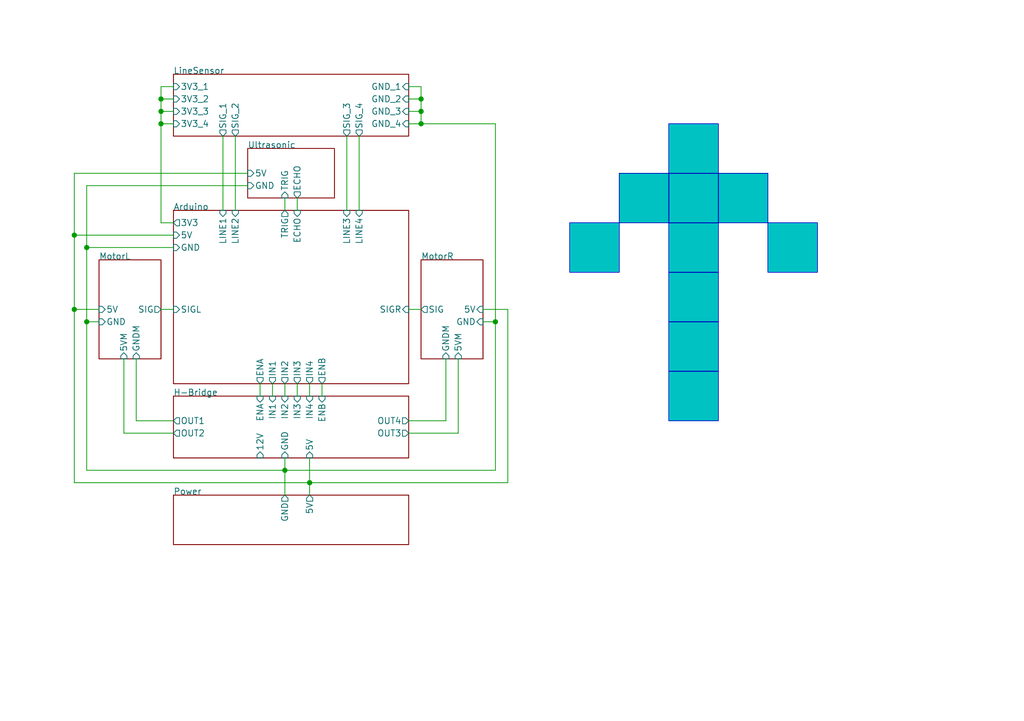
<source format=kicad_sch>
(kicad_sch (version 20230121) (generator eeschema)
  (paper "A5")
  (title_block (title "Team 10: WeMove Robot circuitry") (date "2023-08-07") (rev "v0.1") (company "University of Cape Town") (comment 1 "Author: Cameron Clark"))
  (lib_symbols)
  (junction (at 15.24 48.26))
  (junction (at 86.36 25.4))
  (junction (at 17.78 66.04))
  (junction (at 33.02 25.4))
  (junction (at 33.02 20.32))
  (junction (at 15.24 63.5))
  (junction (at 86.36 22.86))
  (junction (at 86.36 20.32))
  (junction (at 63.5 99.06))
  (junction (at 101.6 66.04))
  (junction (at 58.42 96.52))
  (junction (at 33.02 22.86))
  (junction (at 17.78 50.8))
  (wire (pts (xy 91.44 86.36) (xy 91.44 73.66)))
  (wire (pts (xy 17.78 96.52) (xy 58.42 96.52)))
  (wire (pts (xy 33.02 63.5) (xy 35.56 63.5)))
  (wire (pts (xy 45.72 27.94) (xy 45.72 43.18)))
  (wire (pts (xy 33.02 20.32) (xy 33.02 22.86)))
  (wire (pts (xy 17.78 66.04) (xy 17.78 96.52)))
  (wire (pts (xy 73.66 27.94) (xy 73.66 43.18)))
  (wire (pts (xy 63.5 93.98) (xy 63.5 99.06)))
  (wire (pts (xy 25.4 88.9) (xy 25.4 73.66)))
  (wire (pts (xy 83.82 20.32) (xy 86.36 20.32)))
  (wire (pts (xy 27.94 86.36) (xy 35.56 86.36)))
  (wire (pts (xy 60.96 78.74) (xy 60.96 81.28)))
  (wire (pts (xy 66.04 78.74) (xy 66.04 81.28)))
  (wire (pts (xy 17.78 38.1) (xy 50.8 38.1)))
  (wire (pts (xy 33.02 17.78) (xy 35.56 17.78)))
  (wire (pts (xy 83.82 86.36) (xy 91.44 86.36)))
  (wire (pts (xy 15.24 99.06) (xy 63.5 99.06)))
  (wire (pts (xy 101.6 66.04) (xy 99.06 66.04)))
  (wire (pts (xy 33.02 20.32) (xy 33.02 17.78)))
  (wire (pts (xy 48.26 27.94) (xy 48.26 43.18)))
  (wire (pts (xy 58.42 96.52) (xy 58.42 93.98)))
  (wire (pts (xy 17.78 50.8) (xy 35.56 50.8)))
  (wire (pts (xy 58.42 40.64) (xy 58.42 43.18)))
  (wire (pts (xy 15.24 63.5) (xy 15.24 99.06)))
  (wire (pts (xy 104.14 99.06) (xy 104.14 63.5)))
  (wire (pts (xy 101.6 66.04) (xy 101.6 25.4)))
  (wire (pts (xy 63.5 99.06) (xy 104.14 99.06)))
  (wire (pts (xy 20.32 66.04) (xy 17.78 66.04)))
  (wire (pts (xy 93.98 88.9) (xy 83.82 88.9)))
  (wire (pts (xy 55.88 78.74) (xy 55.88 81.28)))
  (wire (pts (xy 35.56 45.72) (xy 33.02 45.72)))
  (wire (pts (xy 17.78 50.8) (xy 17.78 38.1)))
  (wire (pts (xy 53.34 78.74) (xy 53.34 81.28)))
  (wire (pts (xy 35.56 20.32) (xy 33.02 20.32)))
  (wire (pts (xy 86.36 25.4) (xy 86.36 22.86)))
  (wire (pts (xy 50.8 35.56) (xy 15.24 35.56)))
  (wire (pts (xy 35.56 48.26) (xy 15.24 48.26)))
  (wire (pts (xy 101.6 96.52) (xy 101.6 66.04)))
  (wire (pts (xy 33.02 45.72) (xy 33.02 25.4)))
  (wire (pts (xy 17.78 66.04) (xy 17.78 50.8)))
  (wire (pts (xy 60.96 40.64) (xy 60.96 43.18)))
  (wire (pts (xy 101.6 25.4) (xy 86.36 25.4)))
  (wire (pts (xy 27.94 73.66) (xy 27.94 86.36)))
  (wire (pts (xy 15.24 48.26) (xy 15.24 63.5)))
  (wire (pts (xy 58.42 96.52) (xy 101.6 96.52)))
  (wire (pts (xy 33.02 22.86) (xy 35.56 22.86)))
  (wire (pts (xy 83.82 63.5) (xy 86.36 63.5)))
  (wire (pts (xy 63.5 78.74) (xy 63.5 81.28)))
  (wire (pts (xy 35.56 25.4) (xy 33.02 25.4)))
  (wire (pts (xy 58.42 96.52) (xy 58.42 101.6)))
  (wire (pts (xy 86.36 22.86) (xy 83.82 22.86)))
  (wire (pts (xy 83.82 25.4) (xy 86.36 25.4)))
  (wire (pts (xy 86.36 17.78) (xy 83.82 17.78)))
  (wire (pts (xy 104.14 63.5) (xy 99.06 63.5)))
  (wire (pts (xy 71.12 27.94) (xy 71.12 43.18)))
  (wire (pts (xy 15.24 35.56) (xy 15.24 48.26)))
  (wire (pts (xy 15.24 63.5) (xy 20.32 63.5)))
  (wire (pts (xy 35.56 88.9) (xy 25.4 88.9)))
  (wire (pts (xy 93.98 73.66) (xy 93.98 88.9)))
  (wire (pts (xy 58.42 78.74) (xy 58.42 81.28)))
  (wire (pts (xy 86.36 20.32) (xy 86.36 22.86)))
  (wire (pts (xy 63.5 99.06) (xy 63.5 101.6)))
  (wire (pts (xy 86.36 20.32) (xy 86.36 17.78)))
  (wire (pts (xy 33.02 25.4) (xy 33.02 22.86)))
  (rectangle (start 137.16 76.2) (end 147.32 86.36) (stroke (width 0) (color 0 0 194 1)) (fill (type color) (color 0 194 194 1)))
  (rectangle (start 127 35.56) (end 137.16 45.72) (stroke (width 0) (color 0 0 194 1)) (fill (type color) (color 0 194 194 1)))
  (rectangle (start 137.16 35.56) (end 147.32 45.72) (stroke (width 0) (color 0 0 194 1)) (fill (type color) (color 0 194 194 1)))
  (rectangle (start 137.16 45.72) (end 147.32 55.88) (stroke (width 0) (color 0 0 194 1)) (fill (type color) (color 0 194 194 1)))
  (rectangle (start 137.16 25.4) (end 147.32 35.56) (stroke (width 0) (color 0 0 194 1)) (fill (type color) (color 0 194 194 1)))
  (rectangle (start 116.84 45.72) (end 127 55.88) (stroke (width 0) (color 0 0 194 1)) (fill (type color) (color 0 194 194 1)))
  (rectangle (start 147.32 35.56) (end 157.48 45.72) (stroke (width 0) (color 0 0 194 1)) (fill (type color) (color 0 194 194 1)))
  (rectangle (start 137.16 55.88) (end 147.32 66.04) (stroke (width 0) (color 0 0 194 1)) (fill (type color) (color 0 194 194 1)))
  (rectangle (start 137.16 66.04) (end 147.32 76.2) (stroke (width 0) (color 0 0 194 1)) (fill (type color) (color 0 194 194 1)))
  (rectangle (start 157.48 45.72) (end 167.64 55.88) (stroke (width 0) (color 0 0 194 1)) (fill (type color) (color 0 194 194 1)))
  (sheet (at 20.32 53.34) (size 12.7 20.32) (stroke (width 0.1524))
    (property "Sheetname" "MotorL" (at 20.32 53.34 0) (effects (justify left bottom)))
    (property "Sheetfile" "MotorL.kicad_sch" (effects hide))
    (pin "GND" input (at 20.32 66.04 180))
    (pin "SIG" output (at 33.02 63.5 0))
    (pin "5V" input (at 20.32 63.5 180))
    (pin "5VM" input (at 25.4 73.66 270))
    (pin "GNDM" input (at 27.94 73.66 270))
  )
  (sheet (at 35.56 43.18) (size 48.26 35.56) (stroke (width 0.1524))
    (property "Sheetname" "Arduino" (at 35.56 43.18 0) (effects (justify left bottom)))
    (property "Sheetfile" "Arduino.kicad_sch" (effects hide))
    (pin "IN4" output (at 63.5 78.74 270))
    (pin "ENA" output (at 53.34 78.74 270))
    (pin "ENB" output (at 66.04 78.74 270))
    (pin "IN3" output (at 60.96 78.74 270))
    (pin "IN1" output (at 55.88 78.74 270))
    (pin "IN2" output (at 58.42 78.74 270))
    (pin "SIGR" input (at 83.82 63.5 0))
    (pin "SIGL" input (at 35.56 63.5 180))
    (pin "ECHO" input (at 60.96 43.18 90))
    (pin "TRIG" output (at 58.42 43.18 90))
    (pin "LINE1" input (at 45.72 43.18 90))
    (pin "LINE2" input (at 48.26 43.18 90))
    (pin "LINE3" input (at 71.12 43.18 90))
    (pin "LINE4" input (at 73.66 43.18 90))
    (pin "GND" input (at 35.56 50.8 180))
    (pin "5V" input (at 35.56 48.26 180))
    (pin "3V3" output (at 35.56 45.72 180))
  )
  (sheet (at 35.56 101.6) (size 48.26 10.16) (stroke (width 0.1524))
    (property "Sheetname" "Power" (at 35.56 101.6 0) (effects (justify left bottom)))
    (property "Sheetfile" "Power.kicad_sch" (effects hide))
    (pin "5V" output (at 63.5 101.6 90))
    (pin "GND" output (at 58.42 101.6 90))
  )
  (sheet (at 86.36 53.34) (size 12.7 20.32) (stroke (width 0.1524))
    (property "Sheetname" "MotorR" (at 86.36 53.34 0) (effects (justify left bottom)))
    (property "Sheetfile" "MotorR.kicad_sch" (effects hide))
    (pin "GNDM" input (at 91.44 73.66 270))
    (pin "5V" input (at 99.06 63.5 0))
    (pin "GND" input (at 99.06 66.04 0))
    (pin "5VM" input (at 93.98 73.66 270))
    (pin "SIG" output (at 86.36 63.5 180))
  )
  (sheet (at 35.56 15.24) (size 48.26 12.7) (stroke (width 0.1524))
    (property "Sheetname" "LineSensor" (at 35.56 15.24 0) (effects (justify left bottom)))
    (property "Sheetfile" "LineSensor.kicad_sch" (effects hide))
    (pin "GND_1" input (at 83.82 17.78 0))
    (pin "SIG_1" output (at 45.72 27.94 270))
    (pin "SIG_2" output (at 48.26 27.94 270))
    (pin "GND_2" input (at 83.82 20.32 0))
    (pin "GND_3" input (at 83.82 22.86 0))
    (pin "SIG_3" output (at 71.12 27.94 270))
    (pin "SIG_4" output (at 73.66 27.94 270))
    (pin "GND_4" input (at 83.82 25.4 0))
    (pin "3V3_1" input (at 35.56 17.78 180))
    (pin "3V3_2" input (at 35.56 20.32 180))
    (pin "3V3_3" input (at 35.56 22.86 180))
    (pin "3V3_4" input (at 35.56 25.4 180))
  )
  (sheet (at 35.56 81.28) (size 48.26 12.7) (stroke (width 0.1524))
    (property "Sheetname" "H-Bridge" (at 35.56 81.28 0) (effects (justify left bottom)))
    (property "Sheetfile" "H-Bridge.kicad_sch" (effects hide))
    (pin "OUT3" output (at 83.82 88.9 0))
    (pin "5V" input (at 63.5 93.98 270))
    (pin "OUT4" output (at 83.82 86.36 0))
    (pin "GND" input (at 58.42 93.98 270))
    (pin "OUT1" output (at 35.56 86.36 180))
    (pin "OUT2" output (at 35.56 88.9 180))
    (pin "12V" input (at 53.34 93.98 270))
    (pin "IN3" input (at 60.96 81.28 90))
    (pin "ENA" input (at 53.34 81.28 90))
    (pin "IN4" input (at 63.5 81.28 90))
    (pin "IN1" input (at 55.88 81.28 90))
    (pin "IN2" input (at 58.42 81.28 90))
    (pin "ENB" input (at 66.04 81.28 90))
  )
  (sheet (at 50.8 30.48) (size 17.78 10.16) (stroke (width 0.1524))
    (property "Sheetname" "Ultrasonic" (at 50.8 30.48 0) (effects (justify left bottom)))
    (property "Sheetfile" "Ultrasonic.kicad_sch" (effects hide))
    (pin "5V" input (at 50.8 35.56 180))
    (pin "TRIG" input (at 58.42 40.64 270))
    (pin "GND" input (at 50.8 38.1 180))
    (pin "ECHO" output (at 60.96 40.64 270))
  )
)
</source>
